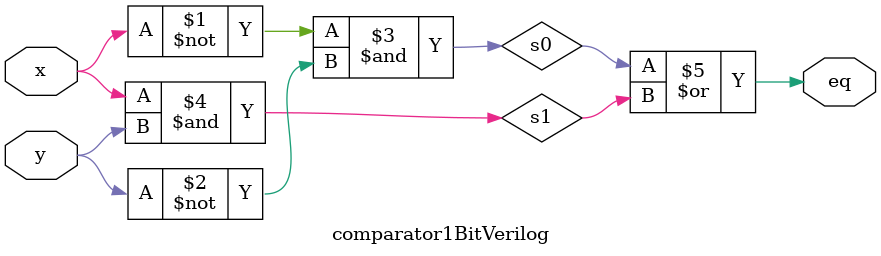
<source format=v>
module comparator1BitVerilog(
	input wire x, y,
	output wire eq
	);

wire s0, s1;

assign s0 = ~x & ~y; // (not x) and (not y)
assign s1 = x & y;  // x and y
assign eq = s0 | s1; // s0 or s1

endmodule

</source>
